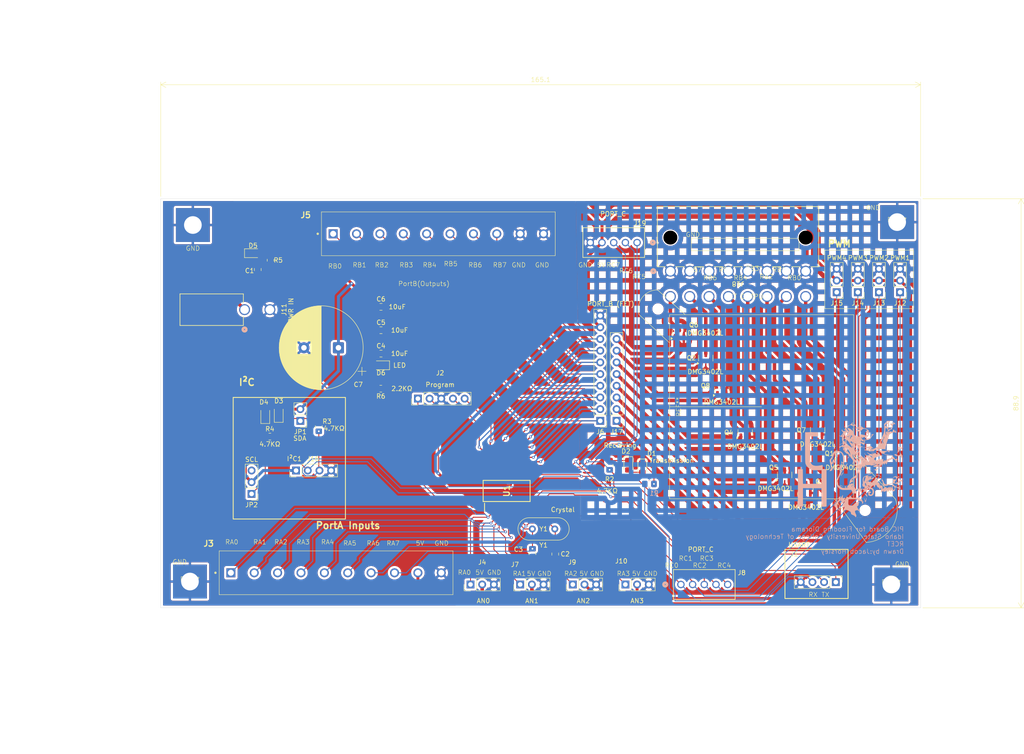
<source format=kicad_pcb>
(kicad_pcb (version 20241229) (generator "pcbnew") (generator_version "9.0")
  (layers (0 "F.Cu" signal) (2 "B.Cu" signal) (13 "F.Paste" user) (15 "B.Paste" user) (5 "F.SilkS" user "F.Silkscreen") (7 "B.SilkS" user "B.Silkscreen") (1 "F.Mask" user) (3 "B.Mask" user) (25 "Edge.Cuts" user))
  (net 0 "")
  (net 1 "Net-(D5-A)")
  (net 2 "+3.3V")
  (net 3 "Net-(D1-K)")
  (net 4 "Net-(D2-K)")
  (net 5 "Net-(D3-K)")
  (net 6 "Net-(D4-K)")
  (net 7 "Net-(D5-K)")
  (net 8 "Net-(D6-K)")
  (net 9 "RC4")
  (net 10 "RC3")
  (net 11 "RC7")
  (net 12 "RC6")
  (net 13 "RB6")
  (net 14 "RB7")
  (net 15 "RA4")
  (net 16 "RA0")
  (net 17 "RA6")
  (net 18 "RA7")
  (net 19 "RA5")
  (net 20 "RB4")
  (net 21 "RB5")
  (net 22 "RB0")
  (net 23 "RB2")
  (net 24 "RB1")
  (net 25 "RB3")
  (net 26 "RC5")
  (net 27 "RC0")
  (net 28 "RC1")
  (net 29 "RC2")
  (net 30 "Net-(Q7-G)")
  (net 31 "Net-(Q8-G)")
  (net 32 "Net-(Q3-G)")
  (net 33 "Net-(Q1-G)")
  (net 34 "Net-(Q6-G)")
  (net 35 "Net-(Q2-G)")
  (net 36 "Net-(Q5-G)")
  (net 37 "Net-(Q4-G)")
  (net 38 "+24V 2A Max")
  (net 39 "GND")
  (net 40 "RA2")
  (net 41 "RA1")
  (net 42 "RA3")
  (net 43 "+24V 2A Max2")
  (net 44 "+24V 2A Max3")
  (net 45 "+24V 2A Max5")
  (net 46 "+24V 2A Max6")
  (net 47 "+24V 2A Max1")
  (net 48 "+24V 2A Max7")
  (net 49 "+24V 2A Max4")
  (footprint "Connector_PinHeader_2.54mm:PinHeader_1x05_P2.54mm_Vertical" (layer "F.Cu") (at 147.32 68.834 90)
    (property "Reference" "J2")
    (property "Value" "Program")
  )
  (footprint "Crystal:Crystal_HC49-U_Vertical" (layer "F.Cu") (at 177.065 97.155 180)
    (property "Reference" "Y1")
    (property "Value" "Crystal")
  )
  (footprint "1Library:MountingHole" (layer "F.Cu") (at 250.19 109.22)
    (property "Reference" "REF**")
    (property "Value" "MountingHole")
  )
  (footprint "1Library:1991341" (layer "F.Cu") (at 106.68 106.68)
    (property "Reference" "J3")
    (property "Value" "PORT_A" (hide yes))
  )
  (footprint "1Library:5PositionScrew" (layer "F.Cu") (at 194.945 34.925 180)
    (property "Reference" "J19")
    (property "Value" "PORT_C")
  )
  (footprint "Connector_PinHeader_2.54mm:PinHeader_1x03_P2.54mm_Vertical" (layer "F.Cu") (at 252.095 45.72 180)
    (property "Reference" "J12")
    (property "Value" "PWM1")
  )
  (footprint "1Library:MountingHole" (layer "F.Cu") (at 98.425 31.115)
    (property "Reference" "GND")
    (property "Value" "MountingHole")
  )
  (footprint "Package_TO_SOT_SMD:SOT-23" (layer "F.Cu") (at 204.15 54.61 90)
    (property "Reference" "Q6")
    (property "Value" "DMG3402L")
  )
  (footprint "Connector_PinHeader_2.54mm:PinHeader_1x04_P2.54mm_Vertical" (layer "F.Cu") (at 120.85 84.455 90)
    (property "Reference" "I²C1")
    (property "Value" "J16")
  )
  (footprint "1Library:D_0805_2012Metric_Pad1.15x1.40mm_HandSolder" (layer "F.Cu") (at 196.088 83.82 -90)
    (property "Reference" "D1")
    (property "Value" "Transmission")
  )
  (footprint "1Library:5PositionScrew" (layer "F.Cu") (at 204.47 109.22)
    (property "Reference" "J8")
    (property "Value" "PORT_C")
  )
  (footprint "Connector_PinHeader_2.54mm:PinHeader_1x02_P2.54mm_Vertical" (layer "F.Cu") (at 121.775 73.665 180)
    (property "Reference" "JP1")
    (property "Value" "SDA")
  )
  (footprint "Resistor_SMD:R_0805_2012Metric_Pad1.20x1.40mm_HandSolder" (layer "F.Cu") (at 115.155 77.089)
    (property "Reference" "R4")
    (property "Value" "4.7KΩ")
  )
  (footprint "Resistor_SMD:R_0805_2012Metric_Pad1.20x1.40mm_HandSolder" (layer "F.Cu") (at 188.976 83.312 -90)
    (property "Reference" "R2")
    (property "Value" "4.7KΩ")
  )
  (footprint "Connector_PinHeader_2.54mm:PinHeader_1x03_P2.54mm_Vertical" (layer "F.Cu") (at 180.975 109.22 90)
    (property "Reference" "J9")
    (property "Value" "AN2")
  )
  (footprint "Connector_PinHeader_2.54mm:PinHeader_1x08_P2.54mm_Vertical" (layer "F.Cu") (at 190.5 73.66 180)
    (property "Reference" "J17")
    (property "Value" "PORT_B (FET)")
  )
  (footprint "1Library:PIC16SurfaceUseThis" (layer "F.Cu") (at 166.605 88.9 90)
    (property "Reference" "U1")
    (property "Value" "PIC16LF1788" (hide yes))
  )
  (footprint "Resistor_SMD:R_0805_2012Metric_Pad1.20x1.40mm_HandSolder" (layer "F.Cu") (at 139.265 66.675 180)
    (property "Reference" "R6")
    (property "Value" "2.2KΩ")
  )
  (footprint "Connector_PinHeader_2.54mm:PinHeader_1x04_P2.54mm_Vertical" (layer "F.Cu") (at 238.125 108.712 -90)
    (property "Reference" "J1")
    (property "Value" "USART")
  )
  (footprint "Package_TO_SOT_SMD:SOT-23" (layer "F.Cu") (at 213.36 66.9775 90)
    (property "Reference" "Q8")
    (property "Value" "DMG3402L")
  )
  (footprint "Connector_PinHeader_2.54mm:PinHeader_1x03_P2.54mm_Vertical" (layer "F.Cu") (at 247.505 45.72 180)
    (property "Reference" "J13")
    (property "Value" "PWM2")
  )
  (footprint "1Library:MolexBig" (layer "F.Cu") (at 202.184 41.148 180)
    (property "Reference" "J18")
    (property "Value" "430451602")
  )
  (footprint "Package_TO_SOT_SMD:SOT-23" (layer "F.Cu") (at 231.648 88.392 90)
    (property "Reference" "Q3")
    (property "Value" "DMG3402L")
  )
  (footprint "1Library:RightAngle2Molex" (layer "F.Cu") (at 109.66085 49.5046 -90)
    (property "Reference" "J11")
    (property "Value" "PWR IN")
  )
  (footprint "Capacitor_SMD:C_0805_2012Metric_Pad1.18x1.45mm_HandSolder" (layer "F.Cu") (at 112.522 40.7924 -90)
    (property "Reference" "C1")
    (property "Value" "1uF")
  )
  (footprint "Package_TO_SOT_SMD:SOT-23" (layer "F.Cu") (at 234.188 75.692 90)
    (property "Reference" "Q7")
    (property "Value" "DMG3402L")
  )
  (footprint "Connector_PinHeader_2.54mm:PinHeader_1x03_P2.54mm_Vertical" (layer "F.Cu") (at 242.915 45.72 180)
    (property "Reference" "J14")
    (property "Value" "PWM3")
  )
  (footprint "Package_TO_SOT_SMD:SOT-23" (layer "F.Cu") (at 227.01 85.4225 90)
    (property "Reference" "Q5")
    (property "Value" "DMG3402L")
  )
  (footprint "Connector_PinHeader_2.54mm:PinHeader_1x03_P2.54mm_Vertical" (layer "F.Cu") (at 238.325 45.72 180)
    (property "Reference" "J15")
    (property "Value" "PWM4")
  )
  (footprint "Resistor_SMD:R_0805_2012Metric_Pad1.20x1.40mm_HandSolder" (layer "F.Cu") (at 125.785 74.93 -90)
    (property "Reference" "R3")
    (property "Value" "4.7KΩ")
  )
  (footprint "1Library:1991341" (layer "F.Cu") (at 128.905 33.02)
    (property "Reference" "J5")
    (property "Value" "Screw_Terminal_01x10" (hide yes))
  )
  (footprint "Connector_PinHeader_2.54mm:PinHeader_1x03_P2.54mm_Vertical" (layer "F.Cu") (at 158.75 109.22 90)
    (property "Reference" "J4")
    (property "Value" "AN0")
  )
  (footprint "1Library:D_0805_2012Metric_Pad1.15x1.40mm_HandSolder" (layer "F.Cu") (at 114.155 72.381 90)
    (property "Reference" "D4")
    (property "Value" "SCL")
  )
  (footprint "Connector_PinHeader_2.54mm:PinHeader_1x10_P2.54mm_Vertical" (layer "F.Cu") (at 186.944 73.66 180)
    (property "Reference" "J6")
    (property "Value" "PORT_B" (hide yes))
  )
  (footprint "1Library:D_0805_2012Metric_Pad1.15x1.40mm_HandSolder" (layer "F.Cu") (at 193.04 83.312 -90)
    (property "Reference" "D2")
    (property "Value" "Recieving")
  )
  (footprint "Capacitor_SMD:C_0805_2012Metric_Pad1.18x1.45mm_HandSolder" (layer "F.Cu") (at 139.2975 53.975)
    (property "Reference" "C5")
    (property "Value" "10uF")
  )
  (footprint "Package_TO_SOT_SMD:SOT-23" (layer "F.Cu") (at 218.44 76.2 90)
    (property "Reference" "Q4")
    (property "Value" "DMG3402L")
  )
  (footprint "Package_TO_SOT_SMD:SOT-23" (layer "F.Cu") (at 239.776 80.772 90)
    (property "Reference" "Q1")
    (property "Value" "DMG3402L")
  )
  (footprint "Capacitor_THT:CP_Radial_D18.0mm_P7.50mm" (layer "F.Cu") (at 130.055 57.785 180)
    (property "Reference" "C7")
    (property "Value" "4700uF")
  )
  (footprint "Resistor_SMD:R_0805_2012Metric_Pad1.20x1.40mm_HandSolder" (layer "F.Cu") (at 115.316 38.7604 -90)
    (property "Reference" "R5")
    (property "Value" "10KΩ")
  )
  (footprint "Capacitor_SMD:C_0805_2012Metric_Pad1.18x1.45mm_HandSolder" (layer "F.Cu") (at 139.2975 59.055)
    (property "Reference" "C4")
    (property "Value" "10uF")
  )
  (footprint "1Library:D_0805_2012Metric_Pad1.15x1.40mm_HandSolder" (layer "F.Cu") (at 139.2975 61.595 180)
    (property "Reference" "D6")
    (property "Value" "LED")
  )
  (footprint "1Library:D_0805_2012Metric_Pad1.15x1.40mm_HandSolder" (layer "F.Cu") (at 117.076 72.127 90)
    (property "Reference" "D3")
    (property "Value" "SDA")
  )
  (footprint "Connector_PinHeader_2.54mm:PinHeader_1x03_P2.54mm_Vertical" (layer "F.Cu") (at 111.18 89.535 180)
    (property "Reference" "JP2")
    (property "Value" "SCL")
  )
  (footprint "Connector_PinHeader_2.54mm:PinHeader_1x03_P2.54mm_Vertical" (layer "F.Cu") (at 192.405 109.22 90)
    (property "Reference" "J10")
    (property "Value" "AN3")
  )
  (footprint "1Library:MountingHole" (layer "F.Cu") (at 97.79 108.585)
    (property "Reference" "REF**")
    (property "Value" "MountingHole")
  )
  (footprint "Capacitor_SMD:C_0805_2012Metric_Pad1.18x1.45mm_HandSolder" (layer "F.Cu") (at 177.165 102.616 -90)
    (property "Reference" "C2")
    (property "Value" "C_Small")
  )
  (footprint "Capacitor_SMD:C_0805_2012Metric_Pad1.18x1.45mm_HandSolder" (layer "F.Cu") (at 172.212 102.489 -90)
    (property "Reference" "C3")
    (property "Value" "C_Small")
  )
  (footprint "Capacitor_SMD:C_0805_2012Metric_Pad1.18x1.45mm_HandSolder" (layer "F.Cu") (at 139.2975 48.895)
    (property "Reference" "C6")
    (property "Value" "10uF")
  )
  (footprint "1Library:Ugly Heatsink" (layer "F.Cu") (at 221.996 70.612 90)
    (property "Reference" "REF**")
    (property "Value" "Ugly Heatsink")
  )
  (footprint "1Library:MountingHole" (layer "F.Cu") (at 251.46 30.48)
    (property "Reference" "REF**")
    (property "Value" "MountingHole")
  )
  (footprint "1Library:D_0805_2012Metric_Pad1.15x1.40mm_HandSolder" (layer "F.Cu") (at 111.506 37.2364)
    (property "Reference" "D5")
    (property "Value" "1N4148")
  )
  (footprint "Package_TO_SOT_SMD:SOT-23" (layer "F.Cu") (at 209.87 60.0225 90)
    (property "Reference" "Q2")
    (property "Value" "DMG3402L")
  )
  (footprint "Connector_PinHeader_2.54mm:PinHeader_1x03_P2.54mm_Vertical" (layer "F.Cu") (at 169.545 109.22 90)
    (property "Reference" "J7")
    (property "Value" "AN1")
  )
  (footprint "LOGO" (layer "B.Cu") (at 244.094 89.154 180)
    (property "Reference" "G***")
    (property "Value" "LOGO" (hide yes))
  )
  (footprint "Resistor_SMD:R_0805_2012Metric_Pad1.20x1.40mm_HandSolder" (layer "B.Cu") (at 197.612 87.376 180)
    (property "Reference" "R1")
    (property "Value" "4.7KΩ")
  )
  (gr_rect (start 107.188 68.58) (end 131.572 94.996) (stroke (width 0.2)) (fill no) (layer "F.SilkS"))
  (gr_rect (start 206.756 34.036) (end 230.124 36.701301) (stroke (width 0.1)) (fill no) (layer "F.SilkS"))
  (gr_rect (start 235.712 36.576) (end 255.016 49.276) (stroke (width 0.1)) (fill no) (layer "F.SilkS"))
  (gr_rect (start 227.076 101.6) (end 240.792 112.268) (stroke (width 0.2)) (fill no) (layer "F.SilkS"))
  (gr_line (start 256.54 25.4) (end 91.44 25.4) (stroke (width 0.05)) (layer "Edge.Cuts"))
  (gr_line (start 91.44 114.3) (end 256.54 114.3) (stroke (width 0.05)) (layer "Edge.Cuts"))
  (gr_line (start 91.44 25.4) (end 91.44 114.3) (stroke (width 0.05)) (layer "Edge.Cuts"))
  (gr_line (start 256.54 114.3) (end 256.54 25.4) (stroke (width 0.05)) (layer "Edge.Cuts"))
  (gr_text "GND\n" (at 172.72 40.386 0) (layer "F.SilkS") (effects (font (size 1 1) (thickness 0.1)) (justify left bottom)))
  (gr_text "RC6" (at 191.008 41.656 0) (layer "F.SilkS") (effects (font (size 1 1) (thickness 0.1)) (justify left bottom)))
  (gr_text "RA4" (at 126.238 100.584 0) (layer "F.SilkS") (effects (font (size 1 1) (thickness 0.1)) (justify left bottom)))
  (gr_text "RB5" (at 212.598 41.402 0) (layer "F.SilkS") (effects (font (size 1 1) (thickness 0.1)) (justify left bottom)))
  (gr_text "GND\n" (at 167.64 40.386 0) (layer "F.SilkS") (effects (font (size 1 1) (thickness 0.1)) (justify left bottom)))
  (gr_text "RB0\n" (at 127.762 40.64 0) (layer "F.SilkS") (effects (font (size 1 1) (thickness 0.1)) (justify left bottom)))
  (gr_text "RX" (at 232.156 112.014 0) (layer "F.SilkS") (effects (font (size 1 1) (thickness 0.1)) (justify left bottom)))
  (gr_text "RB3" (at 143.256 40.386 0) (layer "F.SilkS") (effects (font (size 1 1) (thickness 0.1)) (justify left bottom)))
  (gr_text "RA5" (at 131.064 100.838 0) (layer "F.SilkS") (effects (font (size 1 1) (thickness 0.1)) (justify left bottom)))
  (gr_text "GND" (at 244.602 27.94 0) (layer "F.SilkS") (effects (font (size 1 1) (thickness 0.1)) (justify left bottom)))
  (gr_text "RC1" (at 203.962 104.14 0) (layer "F.SilkS") (effects (font (size 1 1) (thickness 0.1)) (justify left bottom)))
  (gr_text "RB4" (at 148.336 40.386 0) (layer "F.SilkS") (effects (font (size 1 1) (thickness 0.1)) (justify left bottom)))
  (gr_text "RA7" (at 140.462 100.838 0) (layer "F.SilkS") (effects (font (size 1 1) (thickness 0.1)) (justify left bottom)))
  (gr_text "5V" (at 159.766 107.188 0) (layer "F.SilkS") (effects (font (size 1 1) (thickness 0.1)) (justify left bottom)))
  (gr_text "GND" (at 93.98 104.902 0) (layer "F.SilkS") (effects (font (size 1 1) (thickness 0.1)) (justify left bottom)))
  (gr_text "RB0" (at 227.584 43.18 0) (layer "F.SilkS") (effects (font (size 1 1) (thickness 0.1)) (justify left bottom)))
  (gr_text "GND\n" (at 182.118 40.386 0) (layer "F.SilkS") (effects (font (size 1 1) (thickness 0.1)) (justify left bottom)))
  (gr_text "GND" (at 196.27 107.442 0) (layer "F.SilkS") (effects (font (size 1 1) (thickness 0.1)) (justify left bottom)))
  (gr_text "RC7\n" (at 188.214 40.386 0) (layer "F.SilkS") (effects (font (size 1 1) (thickness 0.1)) (justify left bottom)))
  (gr_text "RA3\n" (at 120.904 100.584 0) (layer "F.SilkS") (effects (font (size 1 1) (thickness 0.1)) (justify left bottom)))
  (gr_text "FET OUTPUT" (at 214.122 47.244 0) (layer "F.SilkS") (effects (font (size 1 1) (thickness 0.1)) (justify left bottom)))
  (gr_text "5V" (at 193.802 107.442 0) (layer "F.SilkS") (effects (font (size 1 1) (thickness 0.1)) (justify left bottom)))
  (gr_text "RB2" (at 137.922 40.386 0) (layer "F.SilkS") (effects (font (size 1 1) (thickness 0.1)) (justify left bottom)))
  (gr_text "RA0" (at 105.41 100.584 0) (layer "F.SilkS") (effects (font (size 1 1) (thickness 0.1)) (justify left bottom)))
  (gr_text "RB3" (at 218.44 41.148 0) (layer "F.SilkS") (effects (font (size 1 1) (thickness 0.1)) (justify left bottom)))
  (gr_text "RB5" (at 152.908 40.132 0) (layer "F.SilkS") (effects (font (size 1 1) (thickness 0.1)) (justify left bottom)))
  (gr_text "RB6" (at 158.242 40.386 0) (layer "F.SilkS") (effects (font (size 1 1) (thickness 0.1)) (justify left bottom)))
  (gr_text "GND" (at 250.952 105.41 0) (layer "F.SilkS") (effects (font (size 1 1) (thickness 0.1)) (justify left bottom)))
  (gr_text "RB2" (at 221.488 42.926 0) (layer "F.SilkS") (effects (font (size 1 1) (thickness 0.1)) (justify left bottom)))
  (gr_text "GND\n" (at 205.486 33.782 0) (layer "F.SilkS") (effects (font (size 1 1) (thickness 0.1)) (justify left bottom)))
  (gr_text "RB7\n" (at 205.994 41.402 0) (layer "F.SilkS") (effects (font (size 1 1) (thickness 0.1)) (justify left bottom)))
  (gr_text "RC4" (at 212.344 105.664 0) (layer "F.SilkS") (effects (font (size 1 1) (thickness 0.1)) (justify left bottom)))
  (gr_text "RB7\n" (at 163.576 40.386 0) (layer "F.SilkS") (effects (font (size 1 1) (thickness 0.1)) (justify left bottom)))
  (gr_text "5V" (at 182.372 107.442 0) (layer "F.SilkS") (effects (font (size 1 1) (thickness 0.1)) (justify left bottom)))
  (gr_text "RC0" (at 200.914 105.664 0) (layer "F.SilkS") (effects (font (size 1 1) (thickness 0.1)) (justify left bottom)))
  (gr_text "RB6" (at 209.296 43.18 0) (layer "F.SilkS") (effects (font (size 1 1) (thickness 0.1)) (justify left bottom)))
  (gr_text "RA3" (at 190.5 107.442 0) (layer "F.SilkS") (effects (font (size 1 1) (thickness 0.1)) (justify left bottom)))
  (gr_text "TX" (at 234.95 112.014 0) (layer "F.SilkS") (effects (font (size 1 1) (thickness 0.1)) (justify left bottom)))
  (gr_text "5V" (at 170.942 107.442 0) (layer "F.SilkS") (effects (font (size 1 1) (thickness 0.1)) (justify left bottom)))
  (gr_text "RA2" (at 116.078 100.584 0) (layer "F.SilkS") (effects (font (size 1 1) (thickness 0.1)) (justify left bottom)))
  (gr_text "RA0" (at 155.956 107.188 0) (layer "F.SilkS") (effects (font (size 1 1) (thickness 0.1)) (justify left bottom)))
  (gr_text "PWM" (at 236.22 36.068 0) (layer "F.SilkS") (effects (font (size 1.5 1.5) (thickness 0.3) (bold yes)) (justify left bottom)))
  (gr_text "RB4" (at 215.9 43.18 0) (layer "F.SilkS") (effects (font (size 1 1) (thickness 0.1)) (justify left bottom)))
  (gr_text "GND" (at 150.876 100.838 0) (layer "F.SilkS") (effects (font (size 1 1) (thickness 0.1)) (justify left bottom)))
  (gr_text "RC3" (at 208.534 104.14 0) (layer "F.SilkS") (effects (font (size 1 1) (thickness 0.1)) (justify left bottom)))
  (gr_text "RB1" (at 224.282 41.402 0) (layer "F.SilkS") (effects (font (size 1 1) (thickness 0.1)) (justify left bottom)))
  (gr_text "RA1\n" (at 111.506 100.584 0) (layer "F.SilkS") (effects (font (size 1 1) (thickness 0.1)) (justify left bottom)))
  (gr_text "RB1" (at 133.096 40.386 0) (layer "F.SilkS") (effects (font (size 1 1) (thickness 0.1)) (justify left bottom)))
  (gr_text "PortB(Outputs)" (at 143.002 44.45 0) (layer "F.SilkS") (effects (font (size 1 1) (thickness 0.1)) (justify left bottom)))
  (gr_text "RA6" (at 136.144 100.838 0) (layer "F.SilkS") (effects (font (size 1 1) (thickness 0.1)) (justify left bottom)))
  (gr_text "GND" (at 162.306 107.188 0) (layer "F.SilkS") (effects (font (size 1 1) (thickness 0.1)) (justify left bottom)))
  (gr_text "GND" (at 184.658 107.442 0) (layer "F.SilkS") (effects (font (size 1 1) (thickness 0.1)) (justify left bottom)))
  (gr_text "GND" (at 173.228 107.442 0) (layer "F.SilkS") (effects (font (size 1 1) (thickness 0.1)) (justify left bottom)))
  (gr_text "RC5" (at 193.802 42.926 0) (layer "F.SilkS") (effects (font (size 1 1) (thickness 0.1)) (justify left bottom)))
  (gr_text "I²C" (at 108.277 66.167 0) (layer "F.SilkS") (effects (font (size 1.5 1.5) (thickness 0.3) (bold yes)) (justify left bottom)))
  (gr_text "PortA Inputs" (at 124.968 97.282 0) (layer "F.SilkS") (effects (font (size 1.5 1.5) (thickness 0.3) (bold yes)) (justify left bottom)))
  (gr_text "5V" (at 146.812 100.838 0) (layer "F.SilkS") (effects (font (size 1 1) (thickness 0.1)) (justify left bottom)))
  (gr_text "RA1" (at 167.894 107.442 0) (layer "F.SilkS") (effects (font (size 1 1) (thickness 0.1)) (justify left bottom)))
  (gr_text "5V\n" (at 186.182 40.386 0) (layer "F.SilkS") (effects (font (size 1 1) (thickness 0.1)) (justify left bottom)))
  (gr_text "RA2" (at 179.07 107.442 0) (layer "F.SilkS") (effects (font (size 1 1) (thickness 0.1)) (justify left bottom)))
  (gr_text "RC2" (at 207.01 105.664 0) (layer "F.SilkS") (effects (font (size 1 1) (thickness 0.1)) (justify left bottom)))
  (gr_text "PIC Board for Flooding Diorama\nIdaho State University College of Technology\nRCET\nDrawn by:Jacob Horsley" (at 252.984 102.616 0) (layer "B.SilkS") (effects (font (size 1 1) (thickness 0.1)) (justify left bottom mirror)))
  (dimension (type orthogonal) (layer "F.SilkS") (pts (xy 256.54 25.4) (xy 91.44 25.4)) (height -24.765) (orientation 0) (format (prefix "") (suffix "") (units 3) (units_format 0) (precision 4) (suppress_zeroes yes)) (style (thickness 0.1) (arrow_length 1.27) (text_position_mode 0) (arrow_direction outward) (extension_height 0.58642) (extension_offset 0.5) (keep_text_aligned yes)) (gr_text "6.5" (at 173.99 -0.465 0) (layer "F.SilkS") (effects (font (size 1 1) (thickness 0.1)))))
  (dimension (type orthogonal) (layer "F.SilkS") (pts (xy 256.54 25.4) (xy 256.54 114.3)) (height 21.844) (orientation 1) (format (prefix "") (suffix "") (units 3) (units_format 0) (precision 4) (suppress_zeroes yes)) (style (thickness 0.1) (arrow_length 1.27) (text_position_mode 0) (arrow_direction outward) (extension_height 0.58642) (extension_offset 0.5) (keep_text_aligned yes)) (gr_text "3.5" (at 277.284 69.85 90) (layer "F.SilkS") (effects (font (size 1 1) (thickness 0.1)))))
  (segment (start 112.531 39.7459) (end 112.522 39.7549) (width 0.635) (layer "F.Cu") (net 1))
  (segment (start 112.531 37.2364) (end 112.531 39.7459) (width 0.635) (layer "F.Cu") (net 1))
  (segment (start 115.316 39.7604) (end 112.5275 39.7604) (width 0.635) (layer "F.Cu") (net 1))
  (segment (start 112.5275 39.7604) (end 112.522 39.7549) (width 0.635) (layer "F.Cu") (net 1))
  (segment (start 167.52 87.63) (end 167.58 87.57) (width 0.381) (layer "F.Cu") (net 2))
  (segment (start 109.8115 75.6995) (end 114.155 71.356) (width 0.635) (layer "F.Cu") (net 2))
  (segment (start 235.204 102.616) (end 237.998 105.41) (width 0.2) (layer "F.Cu") (net 2))
  (segment (start 196.088 84.845) (end 193.548 84.845) (width 0.2) (layer "F.Cu") (net 2))
  (segment (start 115.316 37.7604) (end 126.8604 37.7604) (width 0.635) (layer "F.Cu") (net 2))
  (segment (start 138.26 48.895) (end 138.26 49.16) (width 0.635) (layer "F.Cu") (net 2))
  (segment (start 126.8604 37.7604) (end 132.915 43.815) (width 0.635) (layer "F.Cu") (net 2))
  (segment (start 235.204 102.616) (end 238.200494 102.616) (width 0.2) (layer "F.Cu") (net 2))
  (segment (start 182.88 39.37) (end 187.325 34.925) (width 0.635) (layer "F.Cu") (net 2))
  (segment (start 195.58 111.76) (end 186.055 111.76) (width 0.635) (layer "F.Cu") (net 2))
  (segment (start 138.26 49.16) (end 138.2725 49.1725) (width 0.635) (layer "F.Cu") (net 2))
  (segment (start 182.88 49.276) (end 182.88 39.37) (width 0.635) (layer "F.Cu") (net 2))
  (segment (start 137.995 48.895) (end 132.915 43.815) (width 0.635) (layer "F.Cu") (net 2))
  (segment (start 147.32 109.22) (end 147.32 106.68) (width 0.635) (layer "F.Cu") (net 2))
  (segment (start 254.3915 45.4765) (end 254.3915 96.3825) (width 0.635) (layer "F.Cu") (net 2))
  (segment (start 172.085 109.22) (end 172.085 110.49) (width 0.762) (layer "F.Cu") (net 2))
  (segment (start 186.944 53.34) (end 182.88 49.276) (width 0.635) (layer "F.Cu") (net 2))
  (segment (start 193.548 84.845) (end 193.04 84.337) (width 0.2) (layer "F.Cu") (net 2))
  (segment (start 211.319 102.616) (end 235.204 102.616) (width 0.2) (layer "F.Cu") (net 2))
  (segment (start 149.86 68.834) (end 151.765 70.739) (width 0.2) (layer "F.Cu") (net 2))
  (segment (start 233.045 33.02) (end 233.045 37.9) (width 0.635) (layer "F.Cu") (net 2))
  (segment (start 229.235 27.94) (end 231.775 30.48) (width 0.635) (layer "F.Cu") (net 2))
  (segment (start 238.506 112.268) (end 196.088 112.268) (width 0.635) (layer "F.Cu") (net 2))
  (segment (start 243.145 50.987) (end 244.856 49.276) (width 0.2) (layer "F.Cu") (net 2))
  (segment (start 243.145 97.671494) (end 243.145 50.987) (width 0.2) (layer "F.Cu") (net 2))
  (segment (start 244.856 49.276) (end 244.856 43.688) (width 0.2) (layer "F.Cu") (net 2))
  (segment (start 156.21 113.03) (end 155.575 112.395) (width 0.635) (layer "F.Cu") (net 2))
  (segment (start 151.765 70.739) (end 151.765 85.09) (width 0.2) (layer "F.Cu") (net 2))
  (segment (start 238.125 106.045) (end 238.125 108.712) (width 0.2) (layer "F.Cu") (net 2))
  (segment (start 166.37 87.63) (end 167.52 87.63) (width 0.381) (layer "F.Cu") (net 2))
  (segment (start 160.02 113.03) (end 156.21 113.03) (width 0.635) (layer "F.Cu") (net 2))
  (segment (start 155.575 112.395) (end 149.225 112.395) (width 0.635) (layer "F.Cu") (net 2))
  (segment (start 115.316 32.258) (end 109.728 26.67) (width 0.635) (layer "F.Cu") (net 2))
  (segment (start 252.095 43.18) (end 254.3915 45.4765) (width 0.635) (layer "F.Cu") (net 2))
  (segment (start 109.66085 49.5046) (end 105.41 45.25375) (width 0.762) (layer "F.Cu") (net 2))
  (segment (start 105.41 45.25375) (end 105.41 29.21) (width 0.762) (layer "F.Cu") (net 2))
  (segment (start 231.775 31.75) (end 233.045 33.02) (width 0.635) (layer "F.Cu") (net 2))
  (segment (start 109.728 26.67) (end 110.7186 26.67) (width 0.762) (layer "F.Cu") (net 2))
  (segment (start 183.134 26.67) (end 110.7186 26.67) (width 0.635) (layer "F.Cu") (net 2))
  (segment (start 166.37 87.63) (end 154.305 87.63) (width 0.635) (layer "F.Cu") (net 2))
  (segment (start 115.316 37.7604) (end 115.316 32.258) (width 0.635) (layer "F.Cu") (net 2))
  (segment (start 160.655 112.395) (end 185.42 112.395) (width 0.635) (layer "F.Cu") (net 2))
  (segment (start 167.58 87.57) (end 167.58 85.35) (width 0.381) (layer "F.Cu") (net 2))
  (segment (start 187.325 34.925) (end 187.325 30.861) (width 0.635) (layer "F.Cu") (net 2))
  (segment (start 245.364 43.18) (end 238.325 43.18) (width 0.635) (layer "F.Cu") (net 2))
  (segment (start 195.58 111.76) (end 194.945 111.125) (width 0.635) (layer "F.Cu") (net 2))
  (segment (start 161.29 111.76) (end 160.02 113.03) (width 0.762) (layer "F.Cu") (net 2))
  (segment (start 231.775 30.48) (end 231.775 31.75) (width 0.635) (layer "F.Cu") (net 2))
  (segment (start 109.8115 85.6265) (end 109.8115 75.6995) (width 0.635) (layer "F.Cu") (net 2))
  (segment (start 196.088 112.268) (end 195.58 111.76) (width 0.635) (layer "F.Cu") (net 2))
  (segment (start 121.775 71.125) (end 114.386 71.125) (width 0.635) (layer "F.Cu") (net 2))
  (segment (start 190.246 27.94) (end 229.235 27.94) (width 0.635) (layer "F.Cu") (net 2))
  (segment (start 238.200494 102.616) (end 243.145 97.671494) (width 0.2) (layer "F.Cu") (net 2))
  (segment (start 160.02 113.03) (end 160.655 112.395) (width 0.635) (layer "F.Cu") (net 2))
  (segment (start 187.325 30.861) (end 183.134 26.67) (width 0.635) (layer "F.Cu") (net 2))
  (segment (start 138.26 48.895) (end 137.995 48.895) (width 0.635) (layer "F.Cu") (net 2))
  (segment (start 187.325 30.861) (end 190.246 27.94) (width 0.635) (layer "F.Cu") (net 2))
  (segment (start 244.856 43.688) (end 245.364 43.18) (width 0.2) (layer "F.Cu") (net 2))
  (segment (start 193.04 84.337) (end 211.319 102.616) (width 0.2) (layer "F.Cu") (net 2))
  (segment (start 233.045 37.9) (end 238.325 43.18) (width 0.635) (layer "F.Cu") (net 2))
  (segment (start 148.59 111.76) (end 148.59 110.49) (width 0.635) (layer "F.Cu") (net 2))
  (segment (start 254.3915 96.3825) (end 238.506 112.268) (width 0.635) (layer "F.Cu") (net 2))
  (segment (start 173.99 112.395) (end 174.625 112.395) (width 0.762) (layer "F.Cu") (net 2))
  (segment (start 185.42 112.395) (end 186.055 111.76) (width 0.635) (layer "F.Cu") (net 2))
  (segment (start 148.59 110.49) (end 147.32 109.22) (width 0.635) (layer "F.Cu") (net 2))
  (segment (start 237.998 105.41) (end 237.998 105.918) (width 0.2) (layer "F.Cu") (net 2))
  (segment (start 237.998 105.918) (end 238.125 106.045) (width 0.2) (layer "F.Cu") (net 2))
  (segment (start 111.18 86.995) (end 109.8115 85.6265) (width 0.635) (layer "F.Cu") (net 2))
  (segment (start 172.085 110.49) (end 173.99 112.395) (width 0.762) (layer "F.Cu") (net 2))
  (segment (start 161.29 109.22) (end 161.29 111.76) (width 0.762) (layer "F.Cu") (net 2))
  (segment (start 252.095 43.18) (end 245.364 43.18) (width 0.635) (layer "F.Cu") (net 2))
  (segment (start 138.2725 49.1725) (end 138.2725 61.595) (width 0.635) (layer "F.Cu") (net 2))
  (segment (start 149.225 112.395) (end 148.59 111.76) (width 0.635) (layer "F.Cu") (net 2))
  (segment (start 154.305 87.63) (end 151.765 85.09) (width 0.635) (layer "F.Cu") (net 2))
  (segment (start 114.386 71.125) (end 114.155 71.356) (width 0.635) (layer "F.Cu") (net 2))
  (segment (start 194.945 111.125) (end 194.945 109.22) (width 0.635) (layer "F.Cu") (net 2))
  (segment (start 186.055 111.76) (end 183.515 109.22) (width 0.635) (layer "F.Cu") (net 2))
  (segment (start 105.41 29.21) (end 107.95 26.67) (width 0.762) (layer "F.Cu") (net 2))
  (segment (start 107.95 26.67) (end 109.728 26.67) (width 0.762) (layer "F.Cu") (net 2))
  (via (at 151.765 85.09) (size 0.6) (drill 0.3) (layers "F.Cu" "B.Cu") (net 2))
  (via (at 132.915 43.815) (size 0.6) (drill 0.3) (layers "F.Cu" "B.Cu") (net 2))
  (segment (start 151.13 81.28) (end 179.07 53.34) (width 0.635) (layer "B.Cu") (net 2))
  (segment (start 151.13 84.455) (end 151.13 81.28) (width 0.635) (layer "B.Cu") (net 2))
  (segment (start 179.07 53.34) (end 186.944 53.34) (width 0.635) (layer "B.Cu") (net 2))
  (segment (start 130.055 46.675) (end 130.055 57.785) (width 0.635) (layer "B.Cu") (net 2))
  (segment (start 151.765 85.09) (end 151.13 84.455) (width 0.635) (layer "B.Cu") (net 2))
  (segment (start 130.055 62.845) (end 121.775 71.125) (width 0.635) (layer "B.Cu") (net 2))
  (segment (start 113.72 84.455) (end 120.85 84.455) (width 0.635) (layer "B.Cu") (net 2))
  (segment (start 111.18 86.995) (end 113.72 84.455) (width 0.635) (layer "B.Cu") (net 2))
  (segment (start 132.915 43.815) (end 130.055 46.675) (width 0.635) (layer "B.Cu") (net 2))
  (segment (start 130.055 57.785) (end 130.055 62.845) (width 0.635) (layer "B.Cu") (net 2))
  (segment (start 198.612 87.376) (end 198.612 85.319) (width 0.2) (layer "F.Cu") (net 3))
  (segment (start 198.612 85.319) (end 196.088 82.795) (width 0.2) (layer "F.Cu") (net 3))
  (segment (start 193.04 82.287) (end 189.001 82.287) (width 0.2) (layer "F.Cu") (net 4))
  (segment (start 189.001 82.287) (end 188.976 82.312) (width 0.2) (layer "F.Cu") (net 4))
  (segment (start 117.076 73.152) (end 125.007 73.152) (width 0.2) (layer "F.Cu") (net 5))
  (segment (start 125.007 73.152) (end 125.785 73.93) (width 0.2) (layer "F.Cu") (net 5))
  (segment (start 111.18 89.535) (end 114.155 86.56) (width 0.2) (layer "F.Cu") (net 6))
  (segment (start 114.155 86.56) (end 114.155 73.406) (width 0.2) (layer "F.Cu") (net 6))
  (segment (start 147.32 86.36) (end 151.13 90.17) (width 0.2) (layer "F.Cu") (net 7))
  (segment (start 110.49 44.196) (end 112.776 46.482) (width 0.2) (layer "F.Cu") (net 7))
  (segment (start 156.845 90.17) (end 159.125 92.45) (width 0.2) (layer "F.Cu") (net 7))
  (segment (start 116.84 46.482) (end 117.348 46.99) (width 0.2) (layer "F.Cu") (net 7))
  (segment (start 151.13 90.17) (end 156.845 90.17) (width 0.2) (layer "F.Cu") (net 7))
  (segment (start 112.776 46.482) (end 116.84 46.482) (width 0.2) (layer "F.Cu") (net 7))
  (segment (start 159.125 92.45) (end 162.38 92.45) (width 0.2) (layer "F.Cu") (net 7))
  (segment (start 147.32 68.834) (end 147.32 86.36) (width 0.2) (layer "F.Cu") (net 7))
  (segment (start 117.348 57.404) (end 121.666 61.722) (width 0.2) (layer "F.Cu") (net 7))
  (segment (start 110.49 37.2454) (end 110.49 44.196) (width 0.2) (layer "F.Cu") (net 7))
  (segment (start 110.481 37.2364) (end 110.49 37.2454) (width 0.2) (layer "F.Cu") (net 7))
  (segment (start 122.682 61.722) (end 147.32 86.36) (width 0.2) (layer "F.Cu") (net 7))
  (segment (start 117.348 46.99) (end 117.348 57.404) (width 0.2) (layer "F.Cu") (net 7))
  (segment (start 121.666 61.722) (end 122.682 61.722) (width 0.2) (layer "F.Cu") (net 7))
  (segment (start 140.3225 66.6175) (end 140.265 66.675) (width 0.635) (layer "F.Cu") (net 8))
  (segment (start 140.3225 61.595) (end 140.3225 66.6175) (width 0.635) (layer "F.Cu") (net 8))
  (segment (start 182.505 85.35) (end 182.88 85.725) (width 0.2) (layer "F.Cu") (net 9))
  (segment (start 194.31 88.9) (end 189.23 88.9) (width 0.2) (layer "F.Cu") (net 9))
  (segment (start 186.055 85.725) (end 182.88 85.725) (width 0.2) (layer "F.Cu") (net 9))
  (segment (start 125.785 75.93) (end 125.785 84.31) (width 0.2) (layer "F.Cu") (net 9))
  (segment (start 189.23 88.9) (end 186.055 85.725) (width 0.2) (layer "F.Cu") (net 9))
  (segment (start 125.785 84.31) (end 125.93 84.455) (width 0.2) (layer "F.Cu") (net 9))
  (segment (start 170.83 85.35) (end 182.505 85.35) (width 0.2) (layer "F.Cu") (net 9))
  (segment (start 214.63 109.22) (end 194.31 88.9) (width 0.2) (layer "F.Cu") (net 9))
  (via (at 182.88 85.725) (size 0.6) (drill 0.3) (layers "F.Cu" "B.Cu") (net 9))
  (segment (start 122.91324 85.606) (end 122.239 84.93176) (width 0.2) (layer "B.Cu") (net 9))
  (segment (start 122.239 83.97824) (end 124.30224 81.915) (width 0.2) (layer "B.Cu") (net 9))
  (segment (start 124.30224 81.915) (end 137.16 81.915) (width 0.2) (layer "B.Cu") (net 9))
  (segment (start 172.355 87.995) (end 174.625 85.725) (width 0.2) (layer "B.Cu") (net 9))
  (segment (start 174.625 85.725) (end 182.88 85.725) (width 0.2) (layer "B.Cu") (net 9))
  (segment (start 137.16 81.915) (end 143.51 88.265) (width 0.2) (layer "B.Cu") (net 9))
  (segment (start 124.779 85.606) (end 122.91324 85.606) (width 0.2) (layer "B.Cu") (net 9))
  (segment (start 153.525308 88.265) (end 153.795308 87.995) (width 0.2) (layer "B.Cu") (net 9))
  (segment (start 143.51 88.265) (end 153.525308 88.265) (width 0.2) (layer "B.Cu") (net 9))
  (segment (start 122.239 84.93176) (end 122.239 83.97824) (width 0.2) (layer "B.Cu") (net 9))
  (segment (start 125.93 84.455) (end 124.779 85.606) (width 0.2) (layer "B.Cu") (net 9))
  (segment (start 153.795308 87.995) (end 172.355 87.995) (width 0.2) (layer "B.Cu") (net 9))
  (segment (start 123.39 84.455) (end 116.155 77.22) (width 0.2) (layer "F.Cu") (net 10))
  (segment (start 170.83 92.45) (end 174.38 88.9) (width 0.2) (layer "F.Cu") (net 10))
  (segment (start 194.31 91.44) (end 194.31 90.805) (width 0.2) (layer "F.Cu") (net 10))
  (segment (start 194.31 90.805) (end 193.675 90.17) (width 0.2) (layer "F.Cu") (net 10))
  (segment (start 174.38 88.9) (end 187.96 88.9) (width 0.2) (layer "F.Cu") (net 10))
  (segment (start 212.09 109.22) (end 194.31 91.44) (width 0.2) (layer "F.Cu") (net 10))
  (segment (start 187.96 88.9) (end 189.23 90.17) (width 0.2) (layer "F.Cu") (net 10))
  (segment (start 116.155 77.22) (end 116.155 77.089) (width 0.2) (layer "F.Cu") (net 10))
  (segment (start 193.675 90.17) (end 189.23 90.17) (width 0.2) (layer "F.Cu") (net 10))
  (via (at 189.23 90.17) (size 0.6) (drill 0.3) (layers "F.Cu" "B.Cu") (net 10))
  (segment (start 136.387 82.55) (end 125.295 82.55) (width 0.2) (layer "B.Cu") (net 10))
  (segment (start 212.09 109.22) (end 213.36 110.49) (width 0.2) (layer "B.Cu") (net 10))
  (segment (start 143.152 89.315) (end 136.387 82.55) (width 0.2) (layer "B.Cu") (net 10))
  (segment (start 188.375 89.315) (end 143.152 89.315) (width 0.2) (layer "B.Cu") (net 10))
  (segment (start 189.23 90.17) (end 188.375 89.315) (width 0.2) (layer "B.Cu") (net 10))
  (segment (start 125.295 82.55) (end 123.39 84.455) (width 0.2) (layer "B.Cu") (net 10))
  (segment (start 219.075 110.49) (end 238.325 91.24) (width 0.2) (layer "B.Cu") (net 10))
  (segment (start 238.325 91.24) (end 238.325 45.72) (width 0.2) (layer "B.Cu") (net 10))
  (segment (start 213.36 110.49) (end 219.075 110.49) (width 0.2) (layer "B.Cu") (net 10))
  (segment (start 181.61 82.55) (end 180.813 83.347) (width 0.2) (layer "F.Cu") (net 11))
  (segment (start 180.813 83.347) (end 169.783 83.347) (width 0.2) (layer "F.Cu") (net 11))
  (segment (start 168.88 84.25) (end 168.88 85.35) (width 0.2) (layer "F.Cu") (net 11))
  (segment (start 169.783 83.347) (end 168.88 84.25) (width 0.2) (layer "F.Cu") (net 11))
  (via (at 181.61 82.55) (size 0.6) (drill 0.3) (layers "F.Cu" "B.Cu") (net 11))
  (segment (start 181.61 82.55) (end 187.325 76.835) (width 0.2) (layer "B.Cu") (net 11))
  (segment (start 227.7781 107.561) (end 231.894 107.561) (width 0.2) (layer "B.Cu") (net 11))
  (segment (start 186.436 87.376) (end 181.61 82.55) (width 0.2) (layer "B.Cu") (net 11))
  (segment (start 208.7489 112.796) (end 222.5431 112.796) (width 0.2) (layer "B.Cu") (net 11))
  (segment (start 196.612 87.376) (end 196.612 93.472) (width 0.2) (layer "B.Cu") (net 11))
  (segment (start 203.2 112.776) (end 208.7289 112.776) (width 0.2) (layer "B.Cu") (net 11))
  (segment (start 203.2 111.252) (end 203.2 112.776) (width 0.2) (layer "B.Cu") (net 11))
  (segment (start 201.93 109.982) (end 203.2 111.252) (width 0.2) (layer "B.Cu") (net 11))
  (segment (start 208.7289 112.776) (end 208.7489 112.796) (width 0.2) (layer "B.Cu") (net 11))
  (segment (start 196.612 87.376) (end 186.436 87.376) (width 0.2) (layer "B.Cu") (net 11))
  (segment (start 201.93 98.79) (end 201.93 109.982) (width 0.2) (layer "B.Cu") (net 11))
  (segment (start 192.405 37.465) (end 189.865 34.925) (width 0.2) (layer "B.Cu") (net 11))
  (segment (start 231.894 107.561) (end 233.045 108.712) (width 0.2) (layer "B.Cu") (net 11))
  (segment (start 187.325 76.835) (end 192.405 76.835) (width 0.2) (layer "B.Cu") (net 11))
  (segment (start 196.612 93.472) (end 201.93 98.79) (width 0.2) (layer "B.Cu") (net 11))
  (segment (start 222.5431 112.796) (end 227.7781 107.561) (width 0.2) (layer "B.Cu") (net 11))
  (segment (start 192.405 76.835) (end 192.405 37.465) (width 0.2) (layer "B.Cu") (net 11))
  (segment (start 170.032 83.748) (end 169.53 84.25) (width 0.2) (layer "F.Cu") (net 12))
  (segment (start 188.976 84.312) (end 189.877 85.213) (width 0.2) (layer "F.Cu") (net 12))
  (segment (start 189.877 87.769) (end 190.5 88.392) (width 0.2) (layer "F.Cu") (net 12))
  (segment (start 182.952 83.748) (end 170.032 83.748) (width 0.2) (layer "F.Cu") (net 12))
  (segment (start 169.53 84.25) (end 169.53 85.35) (width 0.2) (layer "F.Cu") (net 12))
  (segment (start 190.5 88.392) (end 195.6391 88.392) (width 0.2) (layer "F.Cu") (net 12))
  (segment (start 195.6391 88.392) (end 213.4191 106.172) (width 0.2) (layer "F.Cu") (net 12))
  (segment (start 184.15 82.55) (end 182.952 83.748) (width 0.2) (layer "F.Cu") (net 12))
  (segment (start 213.4191 106.172) (end 233.045 106.172) (width 0.2) (layer "F.Cu") (net 12))
  (segment (start 189.877 85.213) (end 189.877 87.769) (width 0.2) (layer "F.Cu") (net 12))
  (segment (start 233.045 106.172) (end 235.585 108.712) (width 0.2) (layer "F.Cu") (net 12))
  (via (at 184.15 82.55) (size 0.6) (drill 0.3) (layers "F.Cu" "B.Cu") (net 12))
  (segment (start 194.2935 77.091191) (end 194.2935 36.8135) (width 0.2) (layer "B.Cu") (net 12))
  (segment (start 184.15 82.55) (end 188.6115 78.0885) (width 0.2) (layer "B.Cu") (net 12))
  (segment (start 194.2935 36.8135) (end 192.405 34.925) (width 0.2) (layer "B.Cu") (net 12))
  (segment (start 187.214 82.55) (end 184.15 82.55) (width 0.2) (layer "B.Cu") (net 12))
  (segment (start 188.976 84.312) (end 187.214 82.55) (width 0.2) (layer "B.Cu") (net 12))
  (segment (start 188.6115 78.0885) (end 193.296192 78.0885) (width 0.2) (layer "B.Cu") (net 12))
  (segment (start 193.296192 78.0885) (end 194.2935 77.091191) (width 0.2) (layer "B.Cu") (net 12))
  (segment (start 184.785 58.42) (end 186.944 58.42) (width 0.2) (layer "F.Cu") (net 13))
  (segment (start 159.385 33.02) (end 184.785 58.42) (width 0.2) (layer "F.Cu") (net 13))
  (segment (start 163.195 74.549) (end 163.195 78.105) (width 0.2) (layer "F.Cu") (net 13))
  (segment (start 157.48 68.834) (end 163.195 74.549) (width 0.2) (layer "F.Cu") (net 13))
  (segment (start 163.195 78.105) (end 163.03 78.27) (width 0.254) (layer "F.Cu") (net 13))
  (segment (start 163.03 78.27) (end 163.03 85.35) (width 0.254) (layer "F.Cu") (net 13))
  (via (at 163.195 78.105) (size 0.6) (drill 0.3) (layers "F.Cu" "B.Cu") (net 13))
  (segment (start 182.88 58.42) (end 186.944 58.42) (width 0.254) (layer "B.Cu") (net 13))
  (segment (start 163.195 78.105) (end 182.88 58.42) (width 0.254) (layer "B.Cu") (net 13))
  (segment (start 160.655 74.549) (end 160.655 79.375) (width 0.2) (layer "F.Cu") (net 14))
  (segment (start 164.465 34.925) (end 185.42 55.88) (width 0.2) (layer "F.Cu") (net 14))
  (segment (start 154.94 68.834) (end 160.655 74.549) (width 0.2) (layer "F.Cu") (net 14))
  (segment (start 160.655 79.375) (end 162.38 81.1) (width 0.254) (layer "F.Cu") (net 14))
  (segment (start 185.42 55.88) (end 186.944 55.88) (width 0.2) (layer "F.Cu") (net 14))
  (segment (start 164.465 33.02) (end 164.465 34.925) (width 0.2) (layer "F.Cu") (net 14))
  (segment (start 162.38 81.1) (end 162.38 85.35) (width 0.254) (layer "F.Cu") (net 14))
  (via (at 160.655 79.375) (size 0.6) (drill 0.3) (layers "F.Cu" "B.Cu") (net 14))
  (segment (start 160.655 78.105) (end 182.88 55.88) (width 0.254) (layer "B.Cu") (net 14))
  (segment (start 182.88 55.88) (end 186.944 55.88) (width 0.254) (layer "B.Cu") (net 14))
  (segment (start 160.655 79.375) (end 160.655 78.105) (width 0.254) (layer "B.Cu") (net 14))
  (segment (start 166.37 97.79) (end 165.63 97.05) (width 0.2) (layer "F.Cu") (net 15))
  (segment (start 165.63 97.05) (end 165.63 92.45) (width 0.2) (layer "F.Cu") (net 15))
  (via (at 166.37 97.79) (size 0.6) (drill 0.3) (layers "F.Cu" "B.Cu") (net 15))
  (segment (start 129.54 104.14) (end 127 106.68) (width 0.2) (layer "B.Cu") (net 15))
  (segment (start 129.54 100.33) (end 129.54 104.14) (width 0.2) (layer "B.Cu") (net 15))
  (segment (start 166.37 97.79) (end 132.08 97.79) (width 0.2) (layer "B.Cu") (net 15))
  (segment (start 132.08 97.79) (end 129.54 100.33) (width 0.2) (layer "B.Cu") (net 15))
  (segment (start 158.75 109.22) (end 158.75 95.25) (width 0.2) (layer "F.Cu") (net 16))
  (segment (start 162.56 94.615) (end 163.03 94.145) (width 0.2) (layer "F.Cu") (net 16))
  (segment (start 159.385 94.615) (end 162.56 94.615) (width 0.2) (layer "F.Cu") (net 16))
  (segment (start 158.75 95.25) (end 159.385 94.615) (width 0.2) (layer "F.Cu") (net 16))
  (segment (start 163.03 94.145) (end 163.03 92.45) (width 0.2) (layer "F.Cu") (net 16))
  (via (at 162.56 94.615) (size 0.6) (drill 0.3) (layers "F.Cu" "B.Cu") (net 16))
  (segment (start 162.56 94.615) (end 161.925 93.98) (width 0.2) (layer "B.Cu") (net 16))
  (segment (start 158.75 92.71) (end 120.65 92.71) (width 0.2) (layer "B.Cu") (net 16))
  (segment (start 160.02 93.98) (end 158.75 92.71) (width 0.2) (layer "B.Cu") (net 16))
  (segment (start 161.925 93.98) (end 160.02 93.98) (width 0.2) (layer "B.Cu") (net 16))
  (segment (start 120.65 92.71) (end 106.68 106.68) (width 0.2) (layer "B.Cu") (net 16))
  (segment (start 168.23 93.3) (end 168.23 92.45) (width 0.2) (layer "F.Cu") (net 17))
  (segment (start 171.45 95.885) (end 175.795 95.885) (width 0.2) (layer "F.Cu") (net 17))
  (segment (start 168.354 94.059) (end 168.354 93.424) (width 0.2) (layer "F.Cu") (net 17))
  (segment (start 177.165 97.89) (end 177.165 101.5785) (width 0.2) (layer "F.Cu") (net 17))
  (segment (start 175.795 95.885) (end 177.065 97.155) (width 0.2) (layer "F.Cu") (net 17))
  (segment (start 168.354 93.424) (end 168.23 93.3) (width 0.2) (layer "F.Cu") (net 17))
  (segment (start 177.065 97.79) (end 177.165 97.89) (width 0.2) (layer "F.Cu") (net 17))
  (segment (start 170.815 96.52) (end 171.45 95.885) (width 0.2) (layer "F.Cu") (net 17))
  (segment (start 170.815 96.52) (end 168.354 94.059) (width 0.2) (layer "F.Cu") (net 17))
  (segment (start 177.065 97.155) (end 177.065 97.79) (width 0.2) (layer "F.Cu") (net 17))
  (via (at 170.815 96.52) (size 0.6) (drill 0.3) (layers "F.Cu" "B.Cu") (net 17))
  (segment (start 170.815 96.52) (end 170.18 97.155) (width 0.2) (layer "B.Cu") (net 17))
  (segment (start 170.18 98.425) (end 167.64 100.965) (width 0.2) (layer "B.Cu") (net 17))
  (segment (start 145.415 100.965) (end 139.7 106.68) (width 0.2) (layer "B.Cu") (net 17))
  (segment (start 170.18 97.155) (end 170.18 98.425) (width 0.2) (layer "B.Cu") (net 17))
  (segment (start 167.64 100.965) (end 145.415 100.965) (width 0.2) (layer "B.Cu") (net 17))
  (segment (start 139.7 106.68) (end 137.16 106.68) (width 0.2) (layer "B.Cu") (net 17))
  (segment (start 172.185 97.155) (end 172.185 97.59) (width 0.2) (layer "F.Cu") (net 18))
  (segment (start 170.4521 97.155) (end 167.58 94.2829) (width 0.2) (layer "F.Cu") (net 18))
  (segment (start 172.185 97.59) (end 172.212 97.617) (width 0.2) (layer "F.Cu") (net 18))
  (segment (start 167.58 94.2829) (end 167.58 92.45) (width 0.2) (layer "F.Cu") (net 18))
  (segment (start 172.212 97.617) (end 172.212 101.4515) (width 0.2) (layer "F.Cu") (net 18))
  (segment (start 172.185 97.155) (end 170.4521 97.155) (width 0.2) (layer "F.Cu") (net 18))
  (segment (start 149.459 102.001) (end 171.6625 102.001) (width 0.2) (layer "B.Cu") (net 18))
  (segment (start 142.24 106.68) (end 144.78 106.68) (width 0.2) (layer "B.Cu") (net 18))
  (segment (start 144.78 106.68) (end 149.459 102.001) (width 0.2) (layer "B.Cu") (net 18))
  (segment (start 171.6625 102.001) (end 172.212 101.4515) (width 0.2) (layer "B.Cu") (net 18))
  (segment (start 167.005 98.425) (end 167.005 94.275) (width 0.2) (layer "F.Cu") (net 19))
  (segment (start 167.005 94.275) (end 166.28 93.55) (width 0.2) (layer "F.Cu") (net 19))
  (segment (start 166.28 93.55) (end 166.28 92.45) (width 0.2) (layer "F.Cu") (net 19))
  (segment (start 167.64 99.06) (end 167.005 98.425) (width 0.2) (layer "F.Cu") (net 19))
  (via (at 167.64 99.06) (size 0.6) (drill 0.3) (layers "F.Cu" "B.Cu") (net 19))
  (segment (start 134.62 104.14) (end 132.08 106.68) (width 0.2) (layer "B.Cu") (net 19))
  (segment (start 134.62 103.505) (end 134.62 104.14) (width 0.2) (layer "B.Cu") (net 19))
  (segment (start 139.065 99.06) (end 134.62 103.505) (width 0.2) (layer "B.Cu") (net 19))
  (segment (start 167.64 99.06) (end 139.065 99.06) (width 0.2) (layer "B.Cu") (net 19))
  (segment (start 179.705 63.5) (end 186.944 63.5) (width 0.2) (layer "F.Cu") (net 20))
  (segment (start 149.225 33.02) (end 179.705 63.5) (width 0.2) (layer "F.Cu") (net 20))
  (segment (start 170.815 75.565) (end 164.33 82.05) (width 0.254) (layer "F.Cu") (net 20))
  (segment (start 164.33 82.05) (end 164.33 85.35) (width 0.254) (layer "F.Cu") (net 20))
  (via (at 170.815 75.565) (size 0.6) (drill 0.3) (layers "F.Cu" "B.Cu") (net 20))
  (segment (start 170.815 75.565) (end 182.88 63.5) (width 0.254) (layer "B.Cu") (net 20))
  (segment (start 182.88 63.5) (end 186.944 63.5) (width 0.254) (layer "B.Cu") (net 20))
  (segment (start 163.68 80.16) (end 163.68 85.35) (width 0.254) (layer "F.Cu") (net 21))
  (segment (start 166.37 77.47) (end 163.68 80.16) (width 0.254) (layer "F.Cu") (net 21))
  (segment (start 154.305 33.02) (end 182.245 60.96) (width 0.2) (layer "F.Cu") (net 21))
  (segment (start 182.245 60.96) (end 186.944 60.96) (width 0.2) (layer "F.Cu") (net 21))
  (via (at 166.37 77.47) (size 0.6) (drill 0.3) (layers "F.Cu" "B.Cu") (net 21))
  (segment (start 166.37 77.47) (end 182.88 60.96) (width 0.254) (layer "B.Cu") (net 21))
  (segment (start 182.88 60.96) (end 186.944 60.96) (width 0.254) (layer "B.Cu") (net 21))
  (segment (start 169.545 73.66) (end 186.944 73.66) (width 0.2) (layer "F.Cu") (net 22))
  (segment (start 166.93 84.219) (end 166.93 85.35) (width 0.254) (layer "F.Cu") (net 22))
  (segment (start 168.599 82.55) (end 166.93 84.219) (width 0.254) (layer "F.Cu") (net 22))
  (segment (start 128.905 33.02) (end 169.545 73.66) (width 0.2) (layer "F.Cu") (net 22))
  (segment (start 173.99 82.55) (end 168.599 82.55) (width 0.254) (layer "F.Cu") (net 22))
  (via (at 173.99 82.55) (size 0.6) (drill 0.3) (layers "F.Cu" "B.Cu") (net 22))
  (segment (start 173.99 82.55) (end 182.88 73.66) (width 0.254) (layer "B.Cu") (net 22))
  (segment (start 182.88 73.66) (end 186.944 73.66) (width 0.254) (layer "B.Cu") (net 22))
  (segment (start 172.085 79.375) (end 170.451 79.375) (width 0.254) (layer "F.Cu") (net 23))
  (segment (start 183.515 66.675) (end 185.42 68.58) (width 0.2) (layer "F.Cu") (net 23))
  (segment (start 139.065 33.02) (end 172.72 66.675) (width 0.2) (layer "F.Cu") (net 23))
  (segment (start 172.72 66.675) (end 183.515 66.675) (width 0.2) (layer "F.Cu") (net 23))
  (segment (start 170.451 79.375) (end 165.63 84.196) (width 0.254) (layer "F.Cu") (net 23))
  (segment (start 165.63 84.196) (end 165.63 85.35) (width 0.254) (layer "F.Cu") (net 23))
  (segment (start 185.42 68.58) (end 186.944 68.58) (width 0.2) (layer "F.Cu") (net 23))
  (via (at 172.085 79.375) (size 0.6) (drill 0.3) (layers "F.Cu" "B.Cu") (net 23))
  (segment (start 172.085 79.375) (end 182.88 68.58) (width 0.254) (layer "B.Cu") (net 23))
  (segment (start 182.88 68.58) (end 186.944 68.58) (width 0.254) (layer "B.Cu") (net 23))
  (segment (start 168.8785 81.5975) (end 166.28 84.196) (width 0.254) (layer "F.Cu") (net 24))
  (segment (start 182.88 68.58) (end 185.42 71.12) (width 0.2) (layer "F.Cu") (net 24))
  (segment (start 185.42 71.12) (end 186.944 71.12) (width 0.2) (layer "F.Cu") (net 24))
  (segment (start 172.4025 81.5975) (end 168.8785 81.5975) (width 0.254) (layer "F.Cu") (net 24))
  (segment (start 169.545 68.58) (end 182.88 68.58) (width 0.2) (layer "F.Cu") (net 24))
  (segment (start 133.985 33.02) (end 169.545 68.58) (width 0.2) (layer "F.Cu") (net 24))
  (segment (start 166.28 84.196) (end 166.28 85.35) (width 0.254) (layer "F.Cu") (net 24))
  (via (at 172.4025 81.5975) (size 0.6) (drill 0.3) (layers "F.Cu" "B.Cu") (net 24))
  (segment (start 172.4025 81.5975) (end 182.88 71.12) (width 0.254) (layer "B.Cu") (net 24))
  (segment (start 182.88 71.12) (end 186.944 71.12) (width 0.254) (layer "B.Cu") (net 24))
  (segment (start 144.145 33.02) (end 177.165 66.04) (width 0.2) (layer "F.Cu") (net 25))
  (segment (start 177.165 66.04) (end 186.944 66.04) (width 0.2) (layer "F.Cu") (net 25))
  (segment (start 164.98 83.94) (end 164.98 85.35) (width 0.254) (layer "F.Cu") (net 25))
  (segment (start 171.7675 77.1525) (end 164.98 83.94) (width 0.254) (layer "F.Cu") (net 25))
  (via (at 171.7675 77.1525) (size 0.6) (drill 0.3) (layers "F.Cu" "B.Cu") (net 25))
  (segment (start 182.88 66.04) (end 186.944 66.04) (width 0.254) (layer "B.Cu") (net 25))
  (segment (start 171.7675 77.1525) (end 182.88 66.04) (width 0.254) (layer "B.Cu") (net 25))
  (segment (start 184.912 84.149) (end 184.912 83.312) (width 0.2) (layer "F.Cu") (net 26))
  (segment (start 170.18 84.25) (end 170.18 85.35) (width 0.2) (layer "F.Cu") (net 26))
  (segment (start 184.912 83.312) (end 189.484 78.74) (width 0.2) (layer "F.Cu") (net 26))
  (segment (start 184.912 84.149) (end 170.281 84.149) (width 0.2) (layer "F.Cu") (net 26))
  (segment (start 170.281 84.149) (end 170.18 84.25) (width 0.2) (layer "F.Cu") (net 26))
  (segment (start 189.484 78.74) (end 191.008 78.74) (width 0.2) (layer "F.Cu") (net 26))
  (via (at 191.008 78.74) (size 0.6) (drill 0.3) (layers "F.Cu" "B.Cu") (net 26))
  (segment (start 193.211792 78.74) (end 191.008 78.74) (width 0.2) (layer "B.Cu") (net 26))
  (segment (start 194.945 77.006792) (end 193.211792 78.74) (width 0.2) (layer "B.Cu") (net 26))
  (segment (start 194.945 34.925) (end 194.945 77.006792) (width 0.2) (layer "B.Cu") (net 26))
  (segment (start 204.50395 109.22) (end 190.76795 95.484) (width 0.2) (layer "F.Cu") (net 27))
  (segment (start 168.88 92.45) (end 168.88 93.95) (width 0.2) (layer "F.Cu") (net 27))
  (segment (start 170.414 95.484) (end 190.76795 95.484) (width 0.2) (layer "F.Cu") (net 27))
  (segment (start 168.88 93.95) (end 170.414 95.484) (width 0.2) (layer "F.Cu") (net 27))
  (segment (start 229.616 105.156) (end 222.377 112.395) (width 0.2) (layer "B.Cu") (net 27))
  (segment (start 204.47 109.22) (end 207.625 112.375) (width 0.2) (layer "B.Cu") (net 27))
  (segment (start 207.625 112.375) (end 208.895 112.375) (width 0.2) (layer "B.Cu") (net 27))
  (segment (start 252.095 45.72) (end 252.095 91.821) (width 0.2) (layer "B.Cu") (net 27))
  (segment (start 238.76 105.156) (end 229.616 105.156) (width 0.2) (layer "B.Cu") (net 27))
  (segment (start 222.377 112.395) (end 208.915 112.395) (width 0.2) (layer "B.Cu") (net 27))
  (segment (start 252.095 91.821) (end 238.76 105.156) (width 0.2) (layer "B.Cu") (net 27))
  (segment (start 208.895 112.375) (end 208.915 112.395) (width 0.2) (layer "B.Cu") (net 27))
  (segment (start 207.01 109.22) (end 207.01 108.585) (width 0.2) (layer "F.Cu") (net 28))
  (segment (start 169.53 93.4671) (end 169.53 92.45) (width 0.2) (layer "F.Cu") (net 28))
  (segment (start 171.6996 94.2975) (end 171.6161 94.381) (width 0.2) (layer "F.Cu") (net 28))
  (segment (start 171.6161 94.381) (end 170.4439 94.381) (width 0.2) (layer "F.Cu") (net 28))
  (segment (start 170.4439 94.381) (end 169.7139 93.651) (width 0.2) (layer "F.Cu") (net 28))
  (segment (start 169.654 93.651) (end 169.654 93.5911) (width 0.2) (layer "F.Cu") (net 28))
  (segment (start 207.01 108.585) (end 192.7225 94.2975) (width 0.2) (layer "F.Cu") (net 28))
  (segment (start 169.7139 93.651) (end 169.654 93.651) (width 0.2) (layer "F.Cu") (net 28))
  (segment (start 192.7225 94.2975) (end 171.6996 94.2975) (width 0.2) (layer "F.Cu") (net 28))
  (segment (start 169.654 93.5911) (end 169.53 93.4671) (width 0.2) (layer "F.Cu") (net 28))
  (segment (start 209.55 111.76) (end 221.615 111.76) (width 0.2) (layer "B.Cu") (net 28))
  (segment (start 247.505 85.87) (end 247.505 45.72) (width 0.2) (layer "B.Cu") (net 28))
  (segment (start 207.01 109.22) (end 209.55 111.76) (width 0.2) (layer "B.Cu") (net 28))
  (segment (start 221.615 111.76) (end 247.505 85.87) (width 0.2) (layer "B.Cu") (net 28))
  (segment (start 187.791 91.271) (end 192.871 91.271) (width 0.2) (layer "F.Cu") (net 29))
  (segment (start 181.376 89.769) (end 186.289 89.769) (width 0.2) (layer "F.Cu") (net 29))
  (segment (start 181.142 89.535) (end 181.376 89.769) (width 0.2) (layer "F.Cu") (net 29))
  (segment (start 209.55 107.95) (end 192.871 91.271) (width 0.2) (layer "F.Cu") (net 29))
  (segment (start 170.18 93.55) (end 170.61 93.98) (width 0.2) (layer "F.Cu") (net 29))
  (segment (start 186.289 89.769) (end 187.791 91.271) (width 0.2) (layer "F.Cu") (net 29))
  (segment (start 171.45 93.98) (end 175.895 89.535) (width 0.2) (layer "F.Cu") (net 29))
  (segment (start 170.18 92.45) (end 170.18 93.55) (width 0.2) (layer "F.Cu") (net 29))
  (segment (start 209.55 109.22) (end 209.55 107.95) (width 0.2) (layer "F.Cu") (net 29))
  (segment (start 170.61 93.98) (end 171.45 93.98) (width 0.2) (layer "F.Cu") (net 29))
  (segment (start 175.895 89.535) (end 181.142 89.535) (width 0.2) (layer "F.Cu") (net 29))
  (segment (start 211.455 111.125) (end 220.345 111.125) (width 0.2) (layer "B.Cu") (net 29))
  (segment (start 209.55 109.22) (end 211.455 111.125) (width 0.2) (layer "B.Cu") (net 29))
  (segment (start 242.915 88.555) (end 242.915 45.72) (width 0.2) (layer "B.Cu") (net 29))
  (segment (start 220.345 111.125) (end 242.915 88.555) (width 0.2) (layer "B.Cu") (net 29))
  (segment (start 237.81 89.474) (end 233.238 84.902) (width 0.762) (layer "F.Cu") (net 30))
  (segment (start 219.0945 99.7145) (end 236.4905 99.7145) (width 0.762) (layer "F.Cu") (net 30))
  (segment (start 190.5 71.12) (end 219.0945 99.7145) (width 0.762) (layer "F.Cu") (net 30))
  (segment (start 233.238 84.902) (end 233.238 76.6295) (width 0.762) (layer "F.Cu") (net 30))
  (segment (start 236.4905 99.7145) (end 237.81 98.395) (width 0.762) (layer "F.Cu") (net 30))
  (segment (start 237.81 98.395) (end 237.81 89.474) (width 0.762) (layer "F.Cu") (net 30))
  (segment (start 190.5 60.96) (end 198.7745 69.2345) (width 0.762) (layer "F.Cu") (net 31))
  (segment (start 198.7745 69.2345) (end 211.0905 69.2345) (width 0.762) (layer "F.Cu") (net 31))
  (segment (start 211.0905 69.2345) (end 212.41 67.915) (width 0.762) (layer "F.Cu") (net 31))
  (segment (start 227.6325 98.425) (end 231.14 94.9175) (width 0.762) (layer "F.Cu") (net 32))
  (segment (start 230.698 94.4755) (end 230.698 89.3295) (width 0.762) (layer "F.Cu") (net 32))
  (segment (start 190.5 68.58) (end 220.345 98.425) (width 0.762) (layer "F.Cu") (net 32))
  (segment (start 231.14 94.9175) (end 230.698 94.4755) (width 0.762) (layer "F.Cu") (net 32))
  (segment (start 220.345 98.425) (end 227.6325 98.425) (width 0.762) (layer "F.Cu") (net 32))
  (segment (start 238.773 96.6515) (end 238.826 96.5985) (width 0.762) (layer "F.Cu") (net 33))
  (segment (start 238.76 98.806888) (end 238.773 98.793888) (width 0.762) (layer "F.Cu") (net 33))
  (segment (start 218.44 101.6) (end 238.252 101.6) (width 0.762) (layer "F.Cu") (net 33))
  (segment (start 190.5 73.66) (end 218.44 101.6) (width 0.762) (layer "F.Cu") (net 33))
  (segment (start 238.252 101.6) (end 238.76 101.092) (width 0.762) (layer "F.Cu") (net 33))
  (segment (start 238.826 96.5985) (end 238.826 81.7095) (width 0.762) (layer "F.Cu") (net 33))
  (segment (start 238.76 101.092) (end 238.76 98.806888) (width 0.762) (layer "F.Cu") (net 33))
  (segment (start 238.773 98.793888) (end 238.773 96.6515) (width 0.762) (layer "F.Cu") (net 33))
  (segment (start 193.675 59.055) (end 201.925 59.055) (width 0.762) (layer "F.Cu") (net 34))
  (segment (start 190.5 55.88) (end 193.675 59.055) (width 0.762) (layer "F.Cu") (net 34))
  (segment (start 203.2 57.78) (end 203.2 55.5475) (width 0.762) (layer "F.Cu") (net 34))
  (segment (start 201.925 59.055) (end 203.2 57.78) (width 0.762) (layer "F.Cu") (net 34))
  (segment (start 207.6005 62.2795) (end 208.92 60.96) (width 0.762) (layer "F.Cu") (net 35))
  (segment (start 194.3595 62.2795) (end 207.6005 62.2795) (width 0.762) (layer "F.Cu") (net 35))
  (segment (start 190.5 58.42) (end 194.3595 62.2795) (width 0.762) (layer "F.Cu") (net 35))
  (segment (start 190.5 66.04) (end 212.1395 87.6795) (width 0.762) (layer "F.Cu") (net 36))
  (segment (start 224.7405 87.6795) (end 226.06 86.36) (width 0.762) (layer "F.Cu") (net 36))
  (segment (start 212.1395 87.6795) (end 224.7405 87.6795) (width 0.762) (layer "F.Cu") (net 36))
  (segment (start 205.457 78.457) (end 216.1705 78.457) (width 0.762) (layer "F.Cu") (net 37))
  (segment (start 216.1705 78.457) (end 217.49 77.1375) (width 0.762) (layer "F.Cu") (net 37))
  (segment (start 190.5 63.5) (end 205.457 78.457) (width 0.762) (layer "F.Cu") (net 37))
  (segment (start 231.583995 56.198005) (end 231.521 56.261) (width 0.762) (layer "F.Cu") (net 38))
  (segment (start 239.776 64.516) (end 239.776 79.8345) (width 0.762) (layer "F.Cu") (net 38))
  (segment (start 231.521 56.261) (end 239.776 64.516) (width 0.762) (layer "F.Cu") (net 38))
  (segment (start 231.583995 46.647999) (end 231.583995 56.198005) (width 0.762) (layer "F.Cu") (net 38))
  (segment (start 166.93 90.626) (end 167.64 89.916) (width 0.2) (layer "F.Cu") (net 39))
  (segment (start 167.64 89.916) (end 168.23 89.326) (width 0.2) (layer "F.Cu") (net 39))
  (segment (start 168.23 89.326) (end 168.23 85.35) (width 0.2) (layer "F.Cu") (net 39))
  (segment (start 166.93 92.45) (end 166.93 90.626) (width 0.2) (layer "F.Cu") (net 39))
  (via (at 167.64 89.916) (size 0.6) (drill 0.3) (layers "F.Cu" "B.Cu") (net 39))
  (segment (start 164.33 96.02) (end 164.33 92.45) (width 0.2) (layer "F.Cu") (net 40))
  (segment (start 169.545 107.315) (end 179.07 107.315) (width 0.2) (layer "F.Cu") (net 40))
  (segment (start 163.83 96.52) (end 164.33 96.02) (width 0.2) (layer "F.Cu") (net 40))
  (segment (start 163.83 101.6) (end 169.545 107.315) (width 0.2) (layer "F.Cu") (net 40))
  (segment (start 179.07 107.315) (end 180.975 109.22) (width 0.2) (layer "F.Cu") (net 40))
  (segment (start 163.83 96.52) (end 163.83 101.6) (width 0.2) (layer "F.Cu") (net 40))
  (via (at 163.83 96.52) (size 0.6) (drill 0.3) (layers "F.Cu" "B.Cu") (net 40))
  (segment (start 163.83 96.52) (end 160.5871 96.52) (width 0.2) (layer "B.Cu") (net 40))
  (segment (start 119.38 104.14) (end 116.84 106.68) (width 0.2) (layer "B.Cu") (net 40))
  (segment (start 159.619 96.119) (end 158.75 95.25) (width 0.2) (layer "B.Cu") (net 40))
  (segment (start 160.1861 96.119) (end 159.619 96.119) (width 0.2) (layer "B.Cu") (net 40))
  (segment (start 160.5871 96.52) (end 160.1861 96.119) (width 0.2) (layer "B.Cu") (net 40))
  (segment (start 124.46 95.25) (end 119.38 100.33) (width 0.2) (layer "B.Cu") (net 40))
  (segment (start 119.38 100.33) (end 119.38 104.14) (width 0.2) (layer "B.Cu") (net 40))
  (segment (start 158.75 95.25) (end 124.46 95.25) (width 0.2) (layer "B.Cu") (net 40))
  (segment (start 161.29 100.965) (end 169.545 109.22) (width 0.2) (layer "F.Cu") (net 41))
  (segment (start 161.29 96.52) (end 161.29 100.965) (width 0.2) (layer "F.Cu") (net 41))
  (segment (start 163.195 95.885) (end 161.925 95.885) (width 0.2) (layer "F.Cu") (net 41))
  (segment (start 163.195 95.885) (end 163.68 95.4) (width 0.2) (layer "F.Cu") (net 41))
  (segment (start 161.925 95.885) (end 161.29 96.52) (width 0.2) (layer "F.Cu") (net 41))
  (segment (start 163.68 95.4) (end 163.68 92.45) (width 0.2) (layer "F.Cu") (net 41))
  (via (at 163.195 95.885) (size 0.6) (drill 0.3) (layers "F.Cu" "B.Cu") (net 41))
  (segment (start 123.825 93.98) (end 114.3 103.505) (width 0.2) (layer "B.Cu") (net 41))
  (segment (start 114.3 103.505) (end 114.3 104.14) (width 0.2) (layer "B.Cu") (net 41))
  (segment (start 114.3 104.14) (end 111.76 106.68) (width 0.2) (layer "B.Cu") (net 41))
  (segment (start 157.48 93.98) (end 123.825 93.98) (width 0.2) (layer "B.Cu") (net 41))
  (segment (start 163.195 95.885) (end 160.5192 95.885) (width 0.2) (layer "B.Cu") (net 41))
  (segment (start 160.3522 95.718) (end 159.7851 95.718) (width 0.2) (layer "B.Cu") (net 41))
  (segment (start 158.349 94.849) (end 157.48 93.98) (width 0.2) (layer "B.Cu") (net 41))
  (segment (start 160.5192 95.885) (end 160.3522 95.718) (width 0.2) (layer "B.Cu") (net 41))
  (segment (start 159.7851 95.718) (end 158.9161 94.849) (width 0.2) (layer "B.Cu") (net 41))
  (segment (start 158.9161 94.849) (end 158.349 94.849) (width 0.2) (layer "B.Cu") (net 41))
  (segment (start 189.865 106.68) (end 192.405 109.22) (width 0.2) (layer "F.Cu") (net 42))
  (segment (start 189.865 106.045) (end 189.865 106.68) (width 0.2) (layer "F.Cu") (net 42))
  (segment (start 164.7825 97.4725) (end 166.37 99.06) (width 0.2) (layer "F.Cu") (net 42))
  (segment (start 166.37 102.235) (end 170.18 106.045) (width 0.2) (layer "F.Cu") (net 42))
  (segment (start 166.37 99.06) (end 166.37 102.235) (width 0.2) (layer "F.Cu") (net 42))
  (segment (start 164.7825 97.19) (end 164.7825 97.4725) (width 0.2) (layer "F.Cu") (net 42))
  (segment (start 170.18 106.045) (end 189.865 106.045) (width 0.2) (layer "F.Cu") (net 42))
  (segment (start 164.98 96.9925) (end 164.98 92.45) (width 0.2) (layer "F.Cu") (net 42))
  (segment (start 164.7825 97.19) (end 164.98 96.9925) (width 0.2) (layer "F.Cu") (net 42))
  (via (at 164.7825 97.19) (size 0.6) (drill 0.3) (layers "F.Cu" "B.Cu") (net 42))
  (segment (start 164.7825 97.19) (end 160.69 97.19) (width 0.2) (layer "B.Cu") (net 42))
  (segment (start 160.02 96.52) (end 127 96.52) (width 0.2) (layer "B.Cu") (net 42))
  (segment (start 124.46 99.06) (end 124.46 104.14) (width 0.2) (layer "B.Cu") (net 42))
  (segment (start 160.69 97.19) (end 160.02 96.52) (width 0.2) (layer "B.Cu") (net 42))
  (segment (start 127 96.52) (end 124.46 99.06) (width 0.2) (layer "B.Cu") (net 42))
  (segment (start 124.46 104.14) (end 121.92 106.68) (width 0.2) (layer "B.Cu") (net 42))
  (segment (start 230.124 85.9305) (end 231.648 87.4545) (width 0.762) (layer "F.Cu") (net 43))
  (segment (start 224.79 60.325) (end 224.79 64.77) (width 0.762) (layer "F.Cu") (net 43))
  (segment (start 224.79 64.77) (end 230.124 70.104) (width 0.762) (layer "F.Cu") (net 43))
  (segment (start 223.183996 58.718996) (end 224.79 60.325) (width 0.762) (layer "F.Cu") (net 43))
  (segment (start 223.183996 46.647999) (end 223.183996 58.718996) (width 0.762) (layer "F.Cu") (net 43))
  (segment (start 230.124 70.104) (end 230.124 85.9305) (width 0.762) (layer "F.Cu") (net 43))
  (segment (start 222.885 67.31) (end 222.885 80.36) (width 0.762) (layer "F.Cu") (net 44))
  (segment (start 218.983997 46.647999) (end 218.983997 63.408997) (width 0.762) (layer "F.Cu") (net 44))
  (segment (start 222.885 80.36) (end 227.01 84.485) (width 0.762) (layer "F.Cu") (net 44))
  (segment (start 218.983997 63.408997) (end 222.885 67.31) (width 0.762) (layer "F.Cu") (net 44))
  (segment (start 210.583999 46.647999) (end 213.36 49.424) (width 0.762) (layer "F.Cu") (net 45))
  (segment (start 213.36 49.424) (end 213.36 66.04) (width 0.762) (layer "F.Cu") (net 45))
  (segment (start 206.384 46.647999) (end 209.87 50.133999) (width 0.762) (layer "F.Cu") (net 46))
  (segment (start 209.87 50.133999) (end 209.87 59.085) (width 0.762) (layer "F.Cu") (net 46))
  (segment (start 226.06 56.388) (end 234.188 64.516) (width 0.762) (layer "F.Cu") (net 47))
  (segment (start 226.06 47.971995) (end 226.06 56.388) (width 0.762) (layer "F.Cu") (net 47))
  (segment (start 227.383996 46.647999) (end 226.06 47.971995) (width 0.762) (layer "F.Cu") (net 47))
  (segment (start 234.188 64.516) (end 234.188 74.7545) (width 0.762) (layer "F.Cu") (net 47))
  (segment (start 202.184 46.647999) (end 202.184 52.039) (width 0.762) (layer "F.Cu") (net 48))
  (segment (start 202.184 52.039) (end 204.15 54.005) (width 0.762) (layer "F.Cu") (net 48))
  (segment (start 216.916 48.780001) (end 216.916 73.7385) (width 0.762) (layer "F.Cu") (net 49))
  (segment (start 216.916 73.7385) (end 218.44 75.2625) (width 0.762) (layer "F.Cu") (net 49))
  (segment (start 214.783998 46.647999) (end 216.916 48.780001) (width 0.762) (layer "F.Cu") (net 49))
  (zone (net 39) (net_name "GND") (layers "F.Cu" "B.Cu") (priority 1) (connect_pads (clearance 0.5)) (min_thickness 0.25) (fill yes (mode hatch) (thermal_gap 0.5) (thermal_bridge_width 0.5) (hatch_thickness 1) (hatch_gap 1.5) (hatch_orientation 0) (hatch_border_algorithm hatch_thickness) (hatch_min_hole_area 0.3))
    (polygon (pts (xy 181.483 15.24) (xy 182.753 95.25) (xy 260.223 94.615) (xy 262.128 15.875)))
  )
  (zone (net 39) (net_name "GND") (layers "F.Cu" "B.Cu") (connect_pads (clearance 0.5)) (min_thickness 0.25) (fill yes (thermal_gap 0.5) (thermal_bridge_width 0.5))
    (polygon (pts (xy 56.515 -17.78) (xy 62.23 140.335) (xy 272.415 146.05) (xy 271.145 91.44) (xy 179.705 91.44) (xy 184.15 91.44) (xy 184.15 15.24) (xy 57.15 15.24)))
  )
)
</source>
